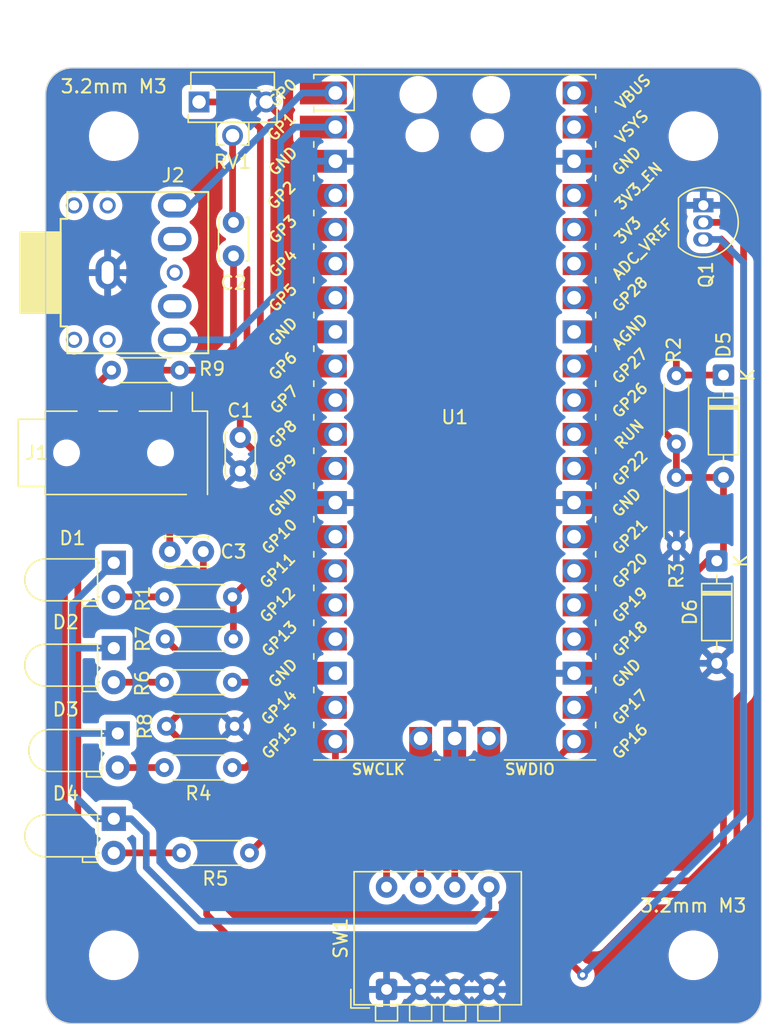
<source format=kicad_pcb>
(kicad_pcb
	(version 20241229)
	(generator "pcbnew")
	(generator_version "9.0")
	(general
		(thickness 1.6)
		(legacy_teardrops no)
	)
	(paper "A4")
	(layers
		(0 "F.Cu" signal)
		(2 "B.Cu" signal)
		(9 "F.Adhes" user "F.Adhesive")
		(11 "B.Adhes" user "B.Adhesive")
		(13 "F.Paste" user)
		(15 "B.Paste" user)
		(5 "F.SilkS" user "F.Silkscreen")
		(7 "B.SilkS" user "B.Silkscreen")
		(1 "F.Mask" user)
		(3 "B.Mask" user)
		(17 "Dwgs.User" user "User.Drawings")
		(19 "Cmts.User" user "User.Comments")
		(21 "Eco1.User" user "User.Eco1")
		(23 "Eco2.User" user "User.Eco2")
		(25 "Edge.Cuts" user)
		(27 "Margin" user)
		(31 "F.CrtYd" user "F.Courtyard")
		(29 "B.CrtYd" user "B.Courtyard")
		(35 "F.Fab" user)
		(33 "B.Fab" user)
		(39 "User.1" user)
		(41 "User.2" user)
		(43 "User.3" user)
		(45 "User.4" user)
	)
	(setup
		(pad_to_mask_clearance 0)
		(allow_soldermask_bridges_in_footprints no)
		(tenting front back)
		(aux_axis_origin 72.1 50)
		(grid_origin 72.1 50)
		(pcbplotparams
			(layerselection 0x00000000_00000000_55555555_5755557f)
			(plot_on_all_layers_selection 0x00000000_00000000_00000000_00000000)
			(disableapertmacros no)
			(usegerberextensions no)
			(usegerberattributes yes)
			(usegerberadvancedattributes yes)
			(creategerberjobfile yes)
			(dashed_line_dash_ratio 12.000000)
			(dashed_line_gap_ratio 3.000000)
			(svgprecision 4)
			(plotframeref no)
			(mode 1)
			(useauxorigin no)
			(hpglpennumber 1)
			(hpglpenspeed 20)
			(hpglpendiameter 15.000000)
			(pdf_front_fp_property_popups yes)
			(pdf_back_fp_property_popups yes)
			(pdf_metadata yes)
			(pdf_single_document no)
			(dxfpolygonmode yes)
			(dxfimperialunits yes)
			(dxfusepcbnewfont yes)
			(psnegative no)
			(psa4output no)
			(plot_black_and_white yes)
			(sketchpadsonfab no)
			(plotpadnumbers no)
			(hidednponfab no)
			(sketchdnponfab yes)
			(crossoutdnponfab yes)
			(subtractmaskfromsilk no)
			(outputformat 1)
			(mirror no)
			(drillshape 0)
			(scaleselection 1)
			(outputdirectory "")
		)
	)
	(net 0 "")
	(net 1 "PWM")
	(net 2 "GND")
	(net 3 "Net-(C2-Pad1)")
	(net 4 "MIC")
	(net 5 "ADC0")
	(net 6 "SP")
	(net 7 "Net-(D1-Pad2)")
	(net 8 "LED_GND")
	(net 9 "Net-(D2-Pad2)")
	(net 10 "Net-(D3-Pad2)")
	(net 11 "Net-(D4-Pad2)")
	(net 12 "+3V3")
	(net 13 "PTT_R")
	(net 14 "TX0")
	(net 15 "RX0")
	(net 16 "Net-(Q1-B)")
	(net 17 "PTT")
	(net 18 "CON")
	(net 19 "STA")
	(net 20 "CDT")
	(net 21 "unconnected-(U1-GPIO2-Pad4)")
	(net 22 "unconnected-(U1-GPIO21-Pad27)")
	(net 23 "unconnected-(U1-GPIO22-Pad29)")
	(net 24 "unconnected-(U1-GPIO19-Pad25)")
	(net 25 "RX1")
	(net 26 "unconnected-(U1-ADC_VREF-Pad35)")
	(net 27 "unconnected-(U1-VSYS-Pad39)")
	(net 28 "unconnected-(U1-GPIO27_ADC1-Pad32)_1")
	(net 29 "unconnected-(U1-GPIO3-Pad5)")
	(net 30 "unconnected-(U1-SWCLK-Pad41)")
	(net 31 "+5V")
	(net 32 "unconnected-(U1-RUN-Pad30)")
	(net 33 "unconnected-(U1-3V3_EN-Pad37)")
	(net 34 "unconnected-(U1-GPIO13-Pad17)_1")
	(net 35 "unconnected-(U1-GND-Pad8)")
	(net 36 "TX1")
	(net 37 "unconnected-(U1-AGND-Pad33)")
	(net 38 "unconnected-(U1-GPIO28_ADC2-Pad34)_1")
	(net 39 "unconnected-(U1-GND-Pad18)_1")
	(net 40 "unconnected-(U1-SWDIO-Pad43)_1")
	(net 41 "unconnected-(U1-GPIO9-Pad12)_1")
	(net 42 "unconnected-(U1-GPIO8-Pad11)")
	(net 43 "unconnected-(U1-GPIO7-Pad10)")
	(net 44 "unconnected-(U1-GPIO20-Pad26)")
	(net 45 "unconnected-(U1-GPIO6-Pad9)_1")
	(net 46 "PSAVE")
	(net 47 "KISS")
	(net 48 "OPT1")
	(net 49 "unconnected-(U1-GPIO6-Pad9)")
	(net 50 "unconnected-(U1-GPIO28_ADC2-Pad34)")
	(net 51 "unconnected-(U1-GPIO2-Pad4)_1")
	(net 52 "unconnected-(U1-GPIO7-Pad10)_1")
	(net 53 "unconnected-(U1-GND-Pad18)")
	(net 54 "unconnected-(U1-GPIO9-Pad12)")
	(net 55 "unconnected-(U1-ADC_VREF-Pad35)_1")
	(net 56 "unconnected-(U1-GPIO21-Pad27)_1")
	(net 57 "unconnected-(U1-GPIO27_ADC1-Pad32)")
	(net 58 "unconnected-(U1-GPIO3-Pad5)_1")
	(net 59 "unconnected-(U1-GPIO22-Pad29)_1")
	(net 60 "unconnected-(U1-SWCLK-Pad41)_1")
	(net 61 "unconnected-(U1-RUN-Pad30)_1")
	(net 62 "unconnected-(U1-GPIO8-Pad11)_1")
	(net 63 "unconnected-(U1-3V3_EN-Pad37)_1")
	(net 64 "unconnected-(U1-GPIO13-Pad17)")
	(net 65 "unconnected-(U1-VSYS-Pad39)_1")
	(net 66 "unconnected-(U1-GND-Pad8)_1")
	(net 67 "unconnected-(U1-AGND-Pad33)_1")
	(net 68 "unconnected-(U1-GPIO19-Pad25)_1")
	(net 69 "unconnected-(U1-SWDIO-Pad43)")
	(footprint "LED_THT:LED_D3.0mm_Horizontal_O1.27mm_Z2.0mm" (layer "F.Cu") (at 77.18 86.83 -90))
	(footprint "MountingHole:MountingHole_3.2mm_M3_ISO14580" (layer "F.Cu") (at 77.18 116.04))
	(footprint "Button_Switch_THT:SW_DIP_SPSTx04_Piano_CTS_Series194-4MSTN_W7.62mm_P2.54mm" (layer "F.Cu") (at 97.5 118.58 90))
	(footprint "Capacitor_THT:C_Disc_D3.0mm_W2.0mm_P2.50mm" (layer "F.Cu") (at 86.1 61.5 -90))
	(footprint "Resistor_THT:R_Axial_DIN0204_L3.6mm_D1.6mm_P5.08mm_Horizontal" (layer "F.Cu") (at 119.09 80.48 -90))
	(footprint "footprints:PJ-307" (layer "F.Cu") (at 79.72 65.24))
	(footprint "Connector_Audio:Jack_3.5mm_PJ320D_Horizontal" (layer "F.Cu") (at 78.435 78.65))
	(footprint "Resistor_THT:R_Axial_DIN0204_L3.6mm_D1.6mm_P5.08mm_Horizontal" (layer "F.Cu") (at 82.09 72.5 180))
	(footprint "Capacitor_THT:C_Disc_D3.0mm_W2.0mm_P2.50mm" (layer "F.Cu") (at 86.6 77.5 -90))
	(footprint "footprints:RPi_Pico_SMD_TH" (layer "F.Cu") (at 102.58 76))
	(footprint "Resistor_THT:R_Axial_DIN0204_L3.6mm_D1.6mm_P5.08mm_Horizontal" (layer "F.Cu") (at 81.1 99))
	(footprint "Diode_THT:D_DO-35_SOD27_P7.62mm_Horizontal" (layer "F.Cu") (at 122.1 86.69 -90))
	(footprint "MountingHole:MountingHole_3.2mm_M3_ISO14580" (layer "F.Cu") (at 120.36 55.08))
	(footprint "Resistor_THT:R_Axial_DIN0204_L3.6mm_D1.6mm_P5.08mm_Horizontal" (layer "F.Cu") (at 86.02 95.72 180))
	(footprint "LED_THT:LED_D3.0mm_Horizontal_O1.27mm_Z2.0mm" (layer "F.Cu") (at 77.18 93.18 -90))
	(footprint "Capacitor_THT:C_Disc_D3.0mm_W2.0mm_P2.50mm" (layer "F.Cu") (at 83.85 86 180))
	(footprint "Resistor_THT:R_Axial_DIN0204_L3.6mm_D1.6mm_P5.08mm_Horizontal" (layer "F.Cu") (at 86.09 92.5 180))
	(footprint "Diode_THT:D_DO-35_SOD27_P7.62mm_Horizontal" (layer "F.Cu") (at 122.6 72.86 -90))
	(footprint "MountingHole:MountingHole_3.2mm_M3_ISO14580" (layer "F.Cu") (at 120.36 116.04))
	(footprint "Potentiometer_THT:Potentiometer_Runtron_RM-063_Horizontal" (layer "F.Cu") (at 83.53 52.54))
	(footprint "LED_THT:LED_D3.0mm_Horizontal_O1.27mm_Z2.0mm" (layer "F.Cu") (at 77.475 99.53 -90))
	(footprint "MountingHole:MountingHole_3.2mm_M3_ISO14580" (layer "F.Cu") (at 77.18 55.08))
	(footprint "Resistor_THT:R_Axial_DIN0204_L3.6mm_D1.6mm_P5.08mm_Horizontal" (layer "F.Cu") (at 87.29 108.42 180))
	(footprint "Resistor_THT:R_Axial_DIN0204_L3.6mm_D1.6mm_P5.08mm_Horizontal" (layer "F.Cu") (at 119.09 72.91 -90))
	(footprint "LED_THT:LED_D3.0mm_Horizontal_O1.27mm_Z2.0mm" (layer "F.Cu") (at 77.18 105.88 -90))
	(footprint "Resistor_THT:R_Axial_DIN0204_L3.6mm_D1.6mm_P5.08mm_Horizontal" (layer "F.Cu") (at 86.02 102.07 180))
	(footprint "Package_TO_SOT_THT:TO-92_Inline" (layer "F.Cu") (at 121.1 60.23 -90))
	(footprint "Resistor_THT:R_Axial_DIN0204_L3.6mm_D1.6mm_P5.08mm_Horizontal" (layer "F.Cu") (at 86.02 89.37 180))
	(gr_arc
		(start 74.1 121.12)
		(mid 72.685786 120.534214)
		(end 72.1 119.12)
		(stroke
			(width 0.1)
			(type default)
		)
		(layer "Edge.Cuts")
		(uuid "11361e2e-b54d-4708-9704-87031702125d")
	)
	(gr_arc
		(start 125.44 119.12)
		(mid 124.854214 120.534214)
		(end 123.44 121.12)
		(stroke
			(width 0.1)
			(type default)
		)
		(layer "Edge.Cuts")
		(uuid "22da4c6a-356d-4f7a-95f3-82ea223cd86a")
	)
	(gr_arc
		(start 72.1 52)
		(mid 72.685786 50.585786)
		(end 74.1 50)
		(stroke
			(width 0.1)
			(type default)
		)
		(layer "Edge.Cuts")
		(uuid "4ae8ffc1-4d3a-4e06-b352-52a1dab1069b")
	)
	(gr_line
		(start 74.1 50)
		(end 123.44 50)
		(stroke
			(width 0.1)
			(type default)
		)
		(layer "Edge.Cuts")
		(uuid "77b02d48-1d8b-4eb6-9ad6-79e0aa7e590d")
	)
	(gr_arc
		(start 123.44 50)
		(mid 124.854214 50.585786)
		(end 125.44 52)
		(stroke
			(width 0.1)
			(type default)
		)
		(layer "Edge.Cuts")
		(uuid "804583a9-3671-4830-95e9-e63634880131")
	)
	(gr_line
		(start 125.44 52)
		(end 125.44 119.12)
		(stroke
			(width 0.1)
			(type default)
		)
		(layer "Edge.Cuts")
		(uuid "a8141e6f-ffa4-4a03-8ede-312bc8f9e157")
	)
	(gr_line
		(start 123.44 121.12)
		(end 74.1 121.12)
		(stroke
			(width 0.1)
			(type default)
		)
		(layer "Edge.Cuts")
		(uuid "c39192e0-87e2-4af5-b9bb-5050c0be93ed")
	)
	(gr_line
		(start 72.1 119.12)
		(end 72.1 52)
		(stroke
			(width 0.1)
			(type default)
		)
		(layer "Edge.Cuts")
		(uuid "ccb904f0-7e3a-44fe-bc33-ecf24d6709ba")
	)
	(segment
		(start 86.6 77.5)
		(end 86.6 75.5)
		(width 0.5)
		(layer "F.Cu")
		(net 1)
		(uuid "03d7378d-da88-4b76-a3c4-f4cbca98ac68")
	)
	(segment
		(start 86.6 75.5)
		(end 88.1 74)
		(width 0.5)
		(layer "F.Cu")
		(net 1)
		(uuid "1b29e60e-7492-4b56-ba4b-ae94eab5af83")
	)
	(segment
		(start 89.6 80.5)
		(end 86.6 77.5)
		(width 0.5)
		(layer "F.Cu")
		(net 1)
		(uuid "3aff4ee8-05bf-4a3a-b4b0-9d8f03639b08")
	)
	(segment
		(start 86.14 52.54)
		(end 83.53 52.54)
		(width 0.5)
		(layer "F.Cu")
		(net 1)
		(uuid "44e859e0-f161-434e-b919-bad9959aae3c")
	)
	(segment
		(start 88.1 74)
		(end 88.1 54.5)
		(width 0.5)
		(layer "F.Cu")
		(net 1)
		(uuid "4b856d43-e2a6-4d04-8a2a-0f94e48208bb")
	)
	(segment
		(start 89.6 84)
		(end 89.6 80.5)
		(width 0.5)
		(layer "F.Cu")
		(net 1)
		(uuid "5b282cf2-0a2a-4a55-a6ac-c0fa3d9f673d")
	)
	(segment
		(start 93.69 84.89)
		(end 90.49 84.89)
		(width 0.5)
		(layer "F.Cu")
		(net 1)
		(uuid "6cb72f05-6745-4ac1-9218-a8da9496880a")
	)
	(segment
		(start 88.1 54.5)
		(end 86.14 52.54)
		(width 0.5)
		(layer "F.Cu")
		(net 1)
		(uuid "cecacc97-2c5c-4354-80e1-d70aaca9a022")
	)
	(segment
		(start 90.49 84.89)
		(end 89.6 84)
		(width 0.5)
		(layer "F.Cu")
		(net 1)
		(uuid "e7c0cd73-2271-4225-a999-a7e681469df0")
	)
	(segment
		(start 84.7 81.9)
		(end 86.6 80)
		(width 0.5)
		(layer "F.Cu")
		(net 2)
		(uuid "a83f2a9b-f60d-49d1-b204-a821357f9783")
	)
	(segment
		(start 83.36 81.9)
		(end 84.7 81.9)
		(width 0.5)
		(layer "F.Cu")
		(net 2)
		(uuid "ae74b967-50ed-417a-b6b9-47e96d47f147")
	)
	(segment
		(start 81.1 57)
		(end 81.1 51)
		(width 0.5)
		(layer "B.Cu")
		(net 2)
		(uuid "026c3a64-6ca4-421c-a098-76e9f284151a")
	)
	(segment
		(start 100.04 118.58)
		(end 102.58 118.58)
		(width 0.5)
		(layer "B.Cu")
		(net 2)
		(uuid "04648fe3-8924-4008-abb1-455eb7604c3d")
	)
	(segment
		(start 119.09 85.56)
		(end 119.09 84.49)
		(width 0.5)
		(layer "B.Cu")
		(net 2)
		(uuid "113da409-f562-4a9e-b08b-941cac4df558")
	)
	(segment
		(start 97.5 118.58)
		(end 100.04 118.58)
		(width 0.5)
		(layer "B.Cu")
		(net 2)
		(uuid "14ebfc69-93fc-4ca3-86ac-8785aa448639")
	)
	(segment
		(start 90.6 103.42)
		(end 90.6 103.5)
		(width 0.5)
		(layer "B.Cu")
		(net 2)
		(uuid "1536612b-be1f-4828-a5b2-7b523110e90f")
	)
	(segment
		(start 102.58 118.58)
		(end 105.12 118.58)
		(width 0.5)
		(layer "B.Cu")
		(net 2)
		(uuid "15cce6b6-eaab-4882-be71-0cf31148ba9f")
	)
	(segment
		(start 111.47 56.95)
		(end 93.69 56.95)
		(width 0.5)
		(layer "B.Cu")
		(net 2)
		(uuid "191ab9e3-a1fc-47eb-90ca-b4bcbf7c8d1d")
	)
	(segment
		(start 113.55 56.95)
		(end 116.83 60.23)
		(width 0.5)
		(layer "B.Cu")
		(net 2)
		(uuid "1b930912-8933-4c5e-8e9a-8987ce2cdba4")
	)
	(segment
		(start 116.95 82.35)
		(end 111.47 82.35)
		(width 0.5)
		(layer "B.Cu")
		(net 2)
		(uuid "2090d107-96ec-4efb-b74b-ef0c85a7bd31")
	)
	(segment
		(start 76.72 65.24)
		(end 78.6 63.36)
		(width 0.5)
		(layer "B.Cu")
		(net 2)
		(uuid "31729c6b-fe6b-41e3-93b1-d5aae8e20147")
	)
	(segment
		(start 120.41 94.31)
		(end 119.09 92.99)
		(width 0.5)
		(layer "B.Cu")
		(net 2)
		(uuid "31f2220c-a900-4e51-acb6-f42fd1fdef66")
	)
	(segment
		(start 116.83 60.23)
		(end 121.1 60.23)
		(width 0.5)
		(layer "B.Cu")
		(net 2)
		(uuid "321a6b7c-6c35-4237-bf5d-459484467e34")
	)
	(segment
		(start 102.58 103.48)
		(end 102.6 103.5)
		(width 0.5)
		(layer "B.Cu")
		(net 2)
		(uuid "34e6401a-9739-4556-9a85-7a9dea39d488")
	)
	(segment
		(start 111.47 56.95)
		(end 113.55 56.95)
		(width 0.5)
		(layer "B.Cu")
		(net 2)
		(uuid "36a27942-facb-4b4b-985b-495cdff8f8eb")
	)
	(segment
		(start 102.65 95.05)
		(end 102.6 95)
		(width 0.5)
		(layer "B.Cu")
		(net 2)
		(uuid "36e81d0c-05a8-4b33-8ca9-9c17f44be1ba")
	)
	(segment
		(start 102.75 82.35)
		(end 111.47 82.35)
		(width 0.5)
		(layer "B.Cu")
		(net 2)
		(uuid "39ef16d2-bc54-4b46-932d-2dd36aedec5f")
	)
	(segment
		(start 100.1 82.35)
		(end 102.75 82.35)
		(width 0.5)
		(layer "B.Cu")
		(net 2)
		(uuid "3d6d1a9a-8f58-410e-a776-ae0a6987c30f")
	)
	(segment
		(start 88.95 82.35)
		(end 86.6 80)
		(width 0.5)
		(layer "B.Cu")
		(net 2)
		(uuid "48f7ed24-c499-4e97-9fd8-8773b1ecec95")
	)
	(segment
		(start 78.6 67)
		(end 76.84 65.24)
		(width 0.5)
		(layer "B.Cu")
		(net 2)
		(uuid "496eee0b-0f59-4b36-950a-397372aa01b4")
	)
	(segment
		(start 108.6 118.5)
		(end 108.1 118.5)
		(width 0.5)
		(layer "B.Cu")
		(net 2)
		(uuid "55282eff-92f2-43b8-ad50-e47ed8232b19")
	)
	(segment
		(start 102.58 95.02)
		(end 102.6 95)
		(width 0.5)
		(layer "B.Cu")
		(net 2)
		(uuid "5e94336f-5c0c-4c8a-bb0b-dd6314a28bcd")
	)
	(segment
		(start 102.65 82.45)
		(end 102.75 82.35)
		(width 0.5)
		(layer "B.Cu")
		(net 2)
		(uuid "61ae4b78-d58d-425d-bca9-59b988ac32df")
	)
	(segment
		(start 119.09 84.49)
		(end 116.95 82.35)
		(width 0.5)
		(layer "B.Cu")
		(net 2)
		(uuid "719e3443-a9d4-4622-9a4e-d9a4bc5af898")
	)
	(segment
		(start 102.65 95.05)
		(end 102.65 82.45)
		(width 0.5)
		(layer "B.Cu")
		(net 2)
		(uuid "725de70a-630b-420f-8c35-716d575f1f0a")
	)
	(segment
		(start 93.69 82.35)
		(end 88.95 82.35)
		(width 0.5)
		(layer "B.Cu")
		(net 2)
		(uuid "741398e9-343c-42d0-a0ad-3a987011ab57")
	)
	(segment
		(start 90.6 103.5)
		(end 102.6 103.5)
		(width 0.5)
		(layer "B.Cu")
		(net 2)
		(uuid "76284712-734e-4bb0-a10e-4142e3577e3e")
	)
	(segment
		(start 119.09 92.99)
		(end 119.09 85.56)
		(width 0.5)
		(layer "B.Cu")
		(net 2)
		(uuid "78f5572e-44c4-420f-af85-e6ac47625d3f")
	)
	(segment
		(start 78.6 63.36)
		(end 78.6 59.5)
		(width 0.5)
		(layer "B.Cu")
		(net 2)
		(uuid "8d0ed40d-31b3-40a0-8cfa-b4ecf3a17c67")
	)
	(segment
		(start 122.6 94.31)
		(end 120.41 94.31)
		(width 0.5)
		(layer "B.Cu")
		(net 2)
		(uuid "948399ad-adbe-4262-8cfe-32e42fd76d4c")
	)
	(segment
		(start 111.47 95.05)
		(end 102.65 95.05)
		(width 0.5)
		(layer "B.Cu")
		(net 2)
		(uuid "97552e77-2d7e-469b-aadc-b77e397f8ec7")
	)
	(segment
		(start 86.99 51)
		(end 88.53 52.54)
		(width 0.5)
		(layer "B.Cu")
		(net 2)
		(uuid "a0194440-38a6-4a16-9b9b-b0bb50668199")
	)
	(segment
		(start 81.1 51)
		(end 86.99 51)
		(width 0.5)
		(layer "B.Cu")
		(net 2)
		(uuid "a16a1617-65cd-466a-8748-2c45b7d29d57")
	)
	(segment
		(start 108.02 118.58)
		(end 105.12 118.58)
		(width 0.5)
		(layer "B.Cu")
		(net 2)
		(uuid "a1c66480-7c01-48f0-b9f6-aeb1724284de")
	)
	(segment
		(start 108.1 118.5)
		(end 108.02 118.58)
		(width 0.5)
		(layer "B.Cu")
		(net 2)
		(uuid "aa1e85b2-0d52-4b97-b7eb-9faf1332e535")
	)
	(segment
		(start 86.18 99)
		(end 90.6 103.42)
		(width 0.5)
		(layer "B.Cu")
		(net 2)
		(uuid "ade175fc-6c0a-450d-817c-1513f0316d80")
	)
	(segment
		(start 86.6 80)
		(end 78.6 72)
		(width 0.5)
		(layer "B.Cu")
		(net 2)
		(uuid "bf7c1c49-20d9-42c8-8423-3a34e9d87c05")
	)
	(segment
		(start 108.6 109.5)
		(end 108.6 118.5)
		(width 0.5)
		(layer "B.Cu")
		(net 2)
		(uuid "cda73cb0-df4a-4d40-bce5-47160c4fd713")
	)
	(segment
		(start 78.6 72)
		(end 78.6 67)
		(width 0.5)
		(layer "B.Cu")
		(net 2)
		(uuid "d110e9cd-6336-46c6-9717-b7d24092550c")
	)
	(segment
		(start 78.6 59.5)
		(end 81.1 57)
		(width 0.5)
		(layer "B.Cu")
		(net 2)
		(uuid "e0ac5a82-9e56-4c0c-88c0-769ff76bfd42")
	)
	(segment
		(start 102.6 103.5)
		(end 108.6 109.5)
		(width 0.5)
		(layer "B.Cu")
		(net 2)
		(uuid "e859c394-cce4-4e79-bc8a-6b4d55e7efb5")
	)
	(segment
		(start 102.58 99.9)
		(end 102.58 103.48)
		(width 0.5)
		(layer "B.Cu")
		(net 2)
		(uuid "ebc768c7-8fae-445b-b1b8-d9a0eef4811c")
	)
	(segment
		(start 76.84 65.24)
		(end 76.72 65.24)
		(width 0.5)
		(layer "B.Cu")
		(net 2)
		(uuid "ef64171f-67d4-42ad-b0b2-f67b7f2c6f57")
	)
	(segment
		(start 93.69 82.35)
		(end 100.1 82.35)
		(width 0.5)
		(layer "B.Cu")
		(net 2)
		(uuid "eface587-18aa-4bf4-b584-b4ffb3430074")
	)
	(segment
		(start 102.58 99.9)
		(end 102.58 95.02)
		(width 0.5)
		(layer "B.Cu")
		(net 2)
		(uuid "f4c23888-0226-44cf-aaf4-f8c0d3276f84")
	)
	(segment
		(start 86.1 61.5)
		(end 86.1 61)
		(width 0.5)
		(layer "F.Cu")
		(net 3)
		(uuid "157d39f1-a3ab-4cde-958a-cecbdb31d0d8")
	)
	(segment
		(start 86.1 61)
		(end 86.03 60.93)
		(width 0.5)
		(layer "F.Cu")
		(net 3)
		(uuid "58e89a9f-b53b-4074-b7f8-b4dc03032a26")
	)
	(segment
		(start 86.03 60.93)
		(end 86.03 55.04)
		(width 0.5)
		(layer "F.Cu")
		(net 3)
		(uuid "910c7d90-3bbc-4c7d-b0a9-1bdac0ac484c")
	)
	(segment
		(start 86.1 70.85)
		(end 84.45 72.5)
		(width 0.5)
		(layer "F.Cu")
		(net 4)
		(uuid "0288ba64-b6c5-471c-a916-74abd171676e")
	)
	(segment
		(start 84.45 72.5)
		(end 82.09 72.5)
		(width 0.5)
		(layer "F.Cu")
		(net 4)
		(uuid "53063523-5734-4af6-858a-6e0393d8f125")
	)
	(segment
		(start 86.1 64)
		(end 86.1 70.85)
		(width 0.5)
		(layer "F.Cu")
		(net 4)
		(uuid "86b6d956-3a88-4424-ad3d-002c58242ddb")
	)
	(segment
		(start 80.1 72.5)
		(end 82.09 72.5)
		(width 0.5)
		(layer "F.Cu")
		(net 4)
		(uuid "871f6741-66c6-4ec1-aede-683670f7d6aa")
	)
	(segment
		(start 78.26 75.4)
		(end 79.2 75.4)
		(width 0.5)
		(layer "F.Cu")
		(net 4)
		(uuid "a0869d5e-d066-46f9-a112-bce51b5352bb")
	)
	(segment
		(start 79.2 75.4)
		(end 80.1 74.5)
		(width 0.5)
		(layer "F.Cu")
		(net 4)
		(uuid "d218bbd4-5342-4dc0-92b7-fee1d7719713")
	)
	(segment
		(start 80.1 74.5)
		(end 80.1 72.5)
		(width 0.5)
		(layer "F.Cu")
		(net 4)
		(uuid "e7d9986e-3ac2-49b1-91c6-42bb0d868025")
	)
	(segment
		(start 115.1 110.5)
		(end 120.1 110.5)
		(width 0.5)
		(layer "F.Cu")
		(net 5)
		(uuid "0119a182-879b-4eed-970f-0b8340c632c9")
	)
	(segment
		(start 122.6 100)
		(end 119.1 96.5)
		(width 0.5)
		(layer "F.Cu")
		(net 5)
		(uuid "0a346ec2-b25f-4e2a-8cac-54c332e608cd")
	)
	(segment
		(start 121.41 86.69)
		(end 122.6 86.69)
		(width 0.5)
		(layer "F.Cu")
		(net 5)
		(uuid "1aa7521c-7736-4a3f-a40f-133f277598e9")
	)
	(segment
		(start 122.9 80.48)
		(end 119.09 80.48)
		(width 0.5)
		(layer "F.Cu")
		(net 5)
		(uuid "2579951e-ab8d-4bc0-9ea5-4ec4414f37af")
	)
	(segment
		(start 121.41 86.69)
		(end 119.1 89)
		(width 0.5)
		(layer "F.Cu")
		(net 5)
		(uuid "3bbe2bc2-20d0-414b-bbe3-19f28def80a4")
	)
	(segment
		(start 86.1 113)
		(end 112.6 113)
		(width 0.5)
		(layer "F.Cu")
		(net 5)
		(uuid "580e1485-4121-4017-871c-714df385f022")
	)
	(segment
		(start 111.47 74.73)
		(end 115.83 74.73)
		(width 0.5)
		(layer "F.Cu")
		(net 5)
		(uuid "5efd1509-3801-4aa0-ab01-ec52de49a7ca")
	)
	(segment
		(start 85.1 112)
		(end 86.1 113)
		(width 0.5)
		(layer "F.Cu")
		(net 5)
		(uuid "6079a925-d65d-42e2-8c5f-5735d3068c90")
	)
	(segment
		(start 83.85 86)
		(end 83.85 105.75)
		(width 0.5)
		(layer "F.Cu")
		(net 5)
		(uuid "71a01f40-dabe-4a1a-aa67-3dda98e0e2bd")
	)
	(segment
		(start 119.1 96.5)
		(end 119.1 89)
		(width 0.5)
		(layer "F.Cu")
		(net 5)
		(uuid "88b690d9-a16a-4b05-9451-722c8bfd6561")
	)
	(segment
		(start 122.6 80.78)
		(end 122.9 80.48)
		(width 0.5)
		(layer "F.Cu")
		(net 5)
		(uuid "91846740-1591-42f9-8a49-33c0d5afb637")
	)
	(segment
		(start 115.83 74.73)
		(end 119.09 77.99)
		(width 0.5)
		(layer "F.Cu")
		(net 5)
		(uuid "9421946e-460e-4aae-9519-b8a64b8d1f4c")
	)
	(segment
		(start 112.6 113)
		(end 115.1 110.5)
		(width 0.5)
		(layer "F.Cu")
		(net 5)
		(uuid "a647432a-bbdd-416e-a711-c1c8b732a30b")
	)
	(segment
		(start 122.1 86.69)
		(end 121.41 86.69)
		(width 0.5)
		(layer "F.Cu")
		(net 5)
		(uuid "b31347bc-634a-4106-997c-e303748afca6")
	)
	(segment
		(start 120.1 110.5)
		(end 122.6 108)
		(width 0.5)
		(layer "F.Cu")
		(net 5)
		(uuid "c6befdff-0062-4c9a-b31e-8b870d356fed")
	)
	(segment
		(start 119.09 80.48)
		(end 119.09 77.99)
		(width 0.5)
		(layer "F.Cu")
		(net 5)
		(uuid "d4d50b93-8c29-4a58-aec7-66e4a9b407b8")
	)
	(segment
		(start 122.6 108)
		(end 122.6 100)
		(width 0.5)
		(layer "F.Cu")
		(net 5)
		(uuid "d50f18e7-016c-44b5-84dd-fccda0ff78e4")
	)
	(segment
		(start 122.6 86.69)
		(end 122.6 80.78)
		(width 0.5)
		(layer "F.Cu")
		(net 5)
		(uuid "e0c02ae5-fb21-4fec-ab61-09f14c60ddb4")
	)
	(segment
		(start 83.85 105.75)
		(end 85.1 107)
		(width 0.5)
		(layer "F.Cu")
		(net 5)
		(uuid "ed73e32b-ff5d-462e-a599-879417ad85f0")
	)
	(segment
		(start 85.1 107)
		(end 85.1 112)
		(width 0.5)
		(layer "F.Cu")
		(net 5)
		(uuid "efb9fbbe-43ee-4f91-bf11-3014bb8b55d9")
	)
	(segment
		(start 81.35 80.5)
		(end 82.26 79.59)
		(width 0.5)
		(layer "F.Cu")
		(net 6)
		(uuid "0fd13375-9d45-44fd-b30e-4e8f85c05593")
	)
	(segment
		(start 82.26 79.59)
		(end 82.26 75.4)
		(width 0.5)
		(layer "F.Cu")
		(net 6)
		(uuid "ce41063a-6156-4c1f-b08b-6b499c422a84")
	)
	(segment
		(start 81.35 86)
		(end 81.35 80.5)
		(width 0.5)
		(layer "F.Cu")
		(net 6)
		(uuid "d4072ba6-56fc-4bd2-8ee7-9fa6936a67d5")
	)
	(segment
		(start 80.94 89.37)
		(end 77.18 89.37)
		(width 0.5)
		(layer "F.Cu")
		(net 7)
		(uuid "1cf2bd73-1b30-491c-a5d9-b45d167d557a")
	)
	(segment
		(start 77.18 105.88)
		(end 75.98 105.88)
		(width 0.5)
		(layer "B.Cu")
		(net 8)
		(uuid "01a1e2a7-4280-4c7e-9006-f55d021ff8d4")
	)
	(segment
		(start 79.6 107)
		(end 78.48 105.88)
		(width 0.5)
		(layer "B.Cu")
		(net 8)
		(uuid "096b3f66-b711-45f3-a6fb-fe10fa352260")
	)
	(segment
		(start 74.1 104)
		(end 74.1 99.5)
		(width 0.5)
		(layer "B.Cu")
		(net 8)
		(uuid "0aeeb2b9-01bb-4383-b3a7-cd1f1436c15a")
	)
	(segment
		(start 78.48 105.88)
		(end 77.18 105.88)
		(width 0.5)
		(layer "B.Cu")
		(net 8)
		(uuid "18231e3e-4cd4-48ad-9c76-21b0ccfbb6f5")
	)
	(segment
		(start 79.6 109.5)
		(end 79.6 107)
		(width 0.5)
		(layer "B.Cu")
		(net 8)
		(uuid "1d865bb0-807f-4539-9d09-4b4c82805b09")
	)
	(segment
		(start 77.18 93.18)
		(end 74.28 93.18)
		(width 0.5)
		(layer "B.Cu")
		(net 8)
		(uuid "2318f446-34a5-421c-b464-491b8910a699")
	)
	(segment
		(start 83.6 113.5)
		(end 79.6 109.5)
		(width 0.5)
		(layer "B.Cu")
		(net 8)
		(uuid "24b386d9-3f05-4c0c-af3b-579912ff9008")
	)
	(segment
		(start 74.1 93)
		(end 74.1 89.91)
		(width 0.5)
		(layer "B.Cu")
		(net 8)
		(uuid "2b1715ba-bbb1-4711-9fe2-65937ff80cb1")
	)
	(segment
		(start 75.98 105.88)
		(end 74.1 104)
		(width 0.5)
		(layer "B.Cu")
		(net 8)
		(uuid "493838e6-3800-4b99-a2c9-92539da4a9ce")
	)
	(segment
		(start 74.1 89.91)
		(end 77.18 86.83)
		(width 0.5)
		(layer "B.Cu")
		(net 8)
		(uuid "53468a48-e054-466c-88af-36fac031a8d9")
	)
	(segment
		(start 105.12 112.48)
		(end 104.1 113.5)
		(width 0.5)
		(layer "B.Cu")
		(net 8)
		(uuid "5768958c-2c40-4fb3-bf9f-1995241b73ad")
	)
	(segment
		(start 105.12 110.96)
		(end 105.12 112.48)
		(width 0.5)
		(layer "B.Cu")
		(net 8)
		(uuid "60dc4bb9-b0a4-426d-ae7f-ab332bfd4bc8")
	)
	(segment
		(start 74.13 99.53)
		(end 74.1 99.5)
		(width 0.5)
		(layer "B.Cu")
		(net 8)
		(uuid "6a936b5b-159b-4b8c-aa53-6bc6ed186457")
	)
	(segment
		(start 77.475 99.53)
		(end 74.13 99.53)
		(width 0.5)
		(layer "B.Cu")
		(net 8)
		(uuid "90986135-28f8-4131-917d-2f2ad59654a4")
	)
	(segment
		(start 104.1 113.5)
		(end 83.6 113.5)
		(width 0.5)
		(layer "B.Cu")
		(net 8)
		(uuid "bca1a13e-9611-44f5-b8dc-4f249b438700")
	)
	(segment
		(start 74.1 99.5)
		(end 74.1 93)
		(width 0.5)
		(layer "B.Cu")
		(net 8)
		(uuid "e7f1d716-3a1c-41e7-b692-490886b5f197")
	)
	(segment
		(start 74.28 93.18)
		(end 74.1 93)
		(width 0.5)
		(layer "B.Cu")
		(net 8)
		(uuid "f9cd765f-2e99-421c-8a4d-429f66cc987b")
	)
	(segment
		(start 80.94 95.72)
		(end 77.18 95.72)
		(width 0.5)
		(layer "F.Cu")
		(net 9)
		(uuid "8f36b1ca-1a8a-4ac5-b351-78aad88f323e")
	)
	(segment
		(start 80.94 102.07)
		(end 77.475 102.07)
		(width 0.5)
		(layer "F.Cu")
		(net 10)
		(uuid "c11e44e4-9d38-46f6-a5a4-edd1105a2fa7")
	)
	(segment
		(start 82.21 108.42)
		(end 77.18 108.42)
		(width 0.5)
		(layer "F.Cu")
		(net 11)
		(uuid "8ba68f5c-9bdf-4492-83bf-95e50e16a314")
	)
	(segment
		(start 111.47 62.03)
		(end 114.63 62.03)
		(width 0.5)
		(layer "F.Cu")
		(net 12)
		(uuid "43a1781c-1be3-4979-aa54-fe3e4a22ad6c")
	)
	(segment
		(start 119.09 66.51)
		(end 119.09 72.91)
		(width 0.5)
		(layer "F.Cu")
		(net 12)
		(uuid "60b87707-64c3-4636-9db8-4edec1e7c026")
	)
	(segment
		(start 114.63 62.03)
		(end 119.1 66.5)
		(width 0.5)
		(layer "F.Cu")
		(net 12)
		(uuid "68e80640-aaba-4ccd-b5bb-e99abc74208e")
	)
	(segment
		(start 119.14 72.86)
		(end 119.09 72.91)
		(width 0.5)
		(layer "F.Cu")
		(net 12)
		(uuid "a7e56be5-5472-49f3-933a-194954e1d449")
	)
	(segment
		(start 119.1 66.5)
		(end 119.09 66.51)
		(width 0.5)
		(layer "F.Cu")
		(net 12)
		(uuid "c00b42b5-9a1b-4e51-95ee-5c37213b70d0")
	)
	(segment
		(start 122.9 72.86)
		(end 119.14 72.86)
		(width 0.5)
		(layer "F.Cu")
		(net 12)
		(uuid "ee7656e7-f650-4795-bbd6-f8333881aa25")
	)
	(segment
		(start 75.26 75.4)
		(end 76.6 76.74)
		(width 0.5)
		(layer "F.Cu")
		(net 13)
		(uuid "15048a8b-8280-4e98-97b8-8d7f0534ddc1")
	)
	(segment
		(start 75.65 111)
		(end 78.6 111)
		(width 0.5)
		(layer "F.Cu")
		(net 13)
		(uuid "1b78d1dd-3115-4c7a-a2cb-20a95a7aeeed")
	)
	(segment
		(start 82.1 116.5)
		(end 111.1 116.5)
		(width 0.5)
		(layer "F.Cu")
		(net 13)
		(uuid "4b66565d-355b-4d3d-ab3f-30f36d613323")
	)
	(segment
		(start 82.1 114.5)
		(end 82.1 116.5)
		(width 0.5)
		(layer "F.Cu")
		(net 13)
		(uuid "7b08fa02-30c0-4e40-9b2a-85619f843984")
	)
	(segment
		(start 111.1 116.5)
		(end 112.1 117.5)
		(width 0.5)
		(layer "F.Cu")
		(net 13)
		(uuid "7dfbabef-9dc4-4b3e-a5a1-a8dad882d18e")
	)
	(segment
		(start 75.26 74.25)
		(end 77.01 72.5)
		(width 0.5)
		(layer "F.Cu")
		(net 13)
		(uuid "a0ecd635-4f0f-45e3-aeeb-76bff7da1269")
	)
	(segment
		(start 74.5 84.15)
		(end 74.5 109.85)
		(width 0.5)
		(layer "F.Cu")
		(net 13)
		(uuid "b3ed2143-eb5c-47fe-9e25-155b3e822122")
	)
	(segment
		(start 75.26 75.4)
		(end 75.26 74.25)
		(width 0.5)
		(layer "F.Cu")
		(net 13)
		(uuid "c0b7ac38-ce04-4460-955c-ec044635020d")
	)
	(segment
		(start 76.6 81.75)
		(end 74.35 84)
		(width 0.5)
		(layer "F.Cu")
		(net 13)
		(uuid "c6c6186b-c25b-4c13-884e-eb85eb90ee24")
	)
	(segment
		(start 74.5 109.85)
		(end 75.65 111)
		(width 0.5)
		(la
... [308395 chars truncated]
</source>
